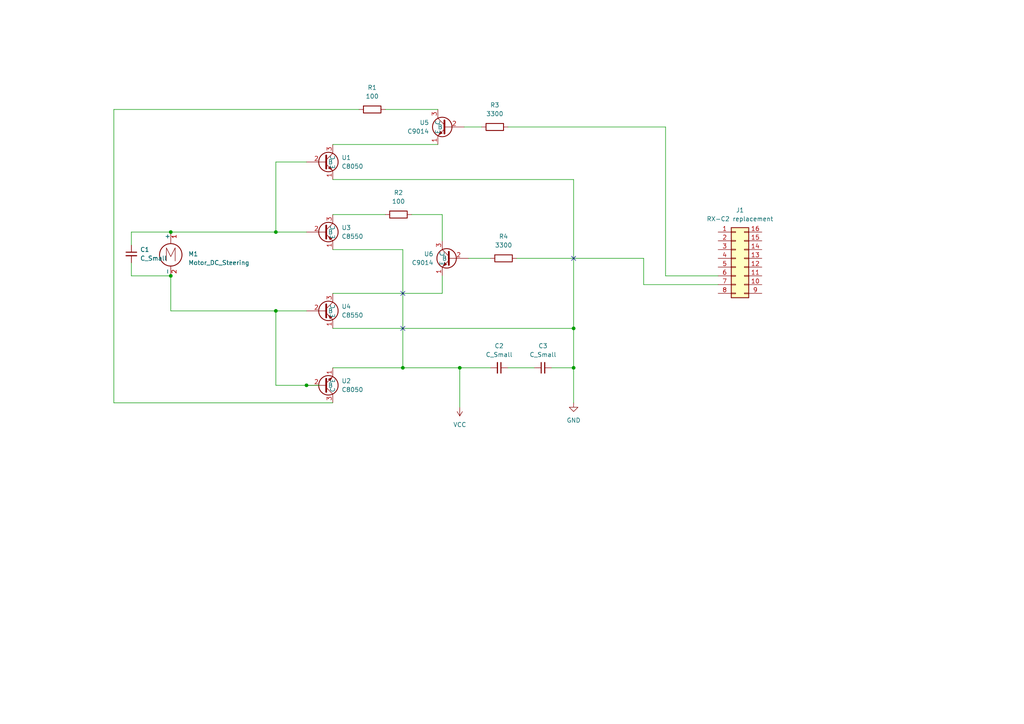
<source format=kicad_sch>
(kicad_sch (version 20211123) (generator eeschema)
  (paper "A4")
  (lib_symbols
    (symbol "Connector_Generic:Conn_02x08_Counter_Clockwise" (pin_names (offset 1.016) hide)
      (property "Reference" "J" (at 1.27 10.16 0))
      (property "Value" "Conn_02x08_Counter_Clockwise" (at 1.27 -12.7 0))
      (symbol "Conn_02x08_Counter_Clockwise_1_1"
        (rectangle (start -1.27 -10.033) (end 0 -10.287) (stroke (width 0.1524)))
        (rectangle (start -1.27 -7.493) (end 0 -7.747) (stroke (width 0.1524)))
        (rectangle (start -1.27 -4.953) (end 0 -5.207) (stroke (width 0.1524)))
        (rectangle (start -1.27 -2.413) (end 0 -2.667) (stroke (width 0.1524)))
        (rectangle (start -1.27 0.127) (end 0 -0.127) (stroke (width 0.1524)))
        (rectangle (start -1.27 2.667) (end 0 2.413) (stroke (width 0.1524)))
        (rectangle (start -1.27 5.207) (end 0 4.953) (stroke (width 0.1524)))
        (rectangle (start -1.27 7.747) (end 0 7.493) (stroke (width 0.1524)))
        (rectangle (start -1.27 8.89) (end 3.81 -11.43) (stroke (width 0.254)) (fill (type background)))
        (rectangle (start 3.81 -10.033) (end 2.54 -10.287) (stroke (width 0.1524)))
        (rectangle (start 3.81 -7.493) (end 2.54 -7.747) (stroke (width 0.1524)))
        (rectangle (start 3.81 -4.953) (end 2.54 -5.207) (stroke (width 0.1524)))
        (rectangle (start 3.81 -2.413) (end 2.54 -2.667) (stroke (width 0.1524)))
        (rectangle (start 3.81 0.127) (end 2.54 -0.127) (stroke (width 0.1524)))
        (rectangle (start 3.81 2.667) (end 2.54 2.413) (stroke (width 0.1524)))
        (rectangle (start 3.81 5.207) (end 2.54 4.953) (stroke (width 0.1524)))
        (rectangle (start 3.81 7.747) (end 2.54 7.493) (stroke (width 0.1524)))
        (pin passive line (at -5.08 7.62 0) (length 3.81) (name "Pin_1") (number "1"))
        (pin passive line (at 7.62 -7.62 180) (length 3.81) (name "Pin_10") (number "10"))
        (pin passive line (at 7.62 -5.08 180) (length 3.81) (name "Pin_11") (number "11"))
        (pin passive line (at 7.62 -2.54 180) (length 3.81) (name "Pin_12") (number "12"))
        (pin passive line (at 7.62 0 180) (length 3.81) (name "Pin_13") (number "13"))
        (pin passive line (at 7.62 2.54 180) (length 3.81) (name "Pin_14") (number "14"))
        (pin passive line (at 7.62 5.08 180) (length 3.81) (name "Pin_15") (number "15"))
        (pin passive line (at 7.62 7.62 180) (length 3.81) (name "Pin_16") (number "16"))
        (pin passive line (at -5.08 5.08 0) (length 3.81) (name "Pin_2") (number "2"))
        (pin passive line (at -5.08 2.54 0) (length 3.81) (name "Pin_3") (number "3"))
        (pin passive line (at -5.08 0 0) (length 3.81) (name "Pin_4") (number "4"))
        (pin passive line (at -5.08 -2.54 0) (length 3.81) (name "Pin_5") (number "5"))
        (pin passive line (at -5.08 -5.08 0) (length 3.81) (name "Pin_6") (number "6"))
        (pin passive line (at -5.08 -7.62 0) (length 3.81) (name "Pin_7") (number "7"))
        (pin passive line (at -5.08 -10.16 0) (length 3.81) (name "Pin_8") (number "8"))
        (pin passive line (at 7.62 -10.16 180) (length 3.81) (name "Pin_9") (number "9"))
      )
    )
    (symbol "Device:C_Small" (pin_numbers hide) (pin_names (offset 0.254) hide)
      (property "Reference" "C" (at 0.254 1.778 0))
      (property "Value" "C_Small" (at 0.254 -2.032 0))
      (symbol "C_Small_0_1"
        (polyline (pts (xy -1.524 -0.508) (xy 1.524 -0.508)) (stroke (width 0.3302)))
        (polyline (pts (xy -1.524 0.508) (xy 1.524 0.508)) (stroke (width 0.3048)))
      )
      (symbol "C_Small_1_1"
        (pin passive line (at 0 2.54 270) (length 2.032) (name "~") (number "1"))
        (pin passive line (at 0 -2.54 90) (length 2.032) (name "~") (number "2"))
      )
    )
    (symbol "Device:R" (pin_numbers hide) (pin_names (offset 0))
      (property "Reference" "R" (at 2.032 0 90))
      (property "Value" "R" (at 0 0 90))
      (symbol "R_0_1"
        (rectangle (start -1.016 -2.54) (end 1.016 2.54) (stroke (width 0.254)))
      )
      (symbol "R_1_1"
        (pin passive line (at 0 3.81 270) (length 1.27) (name "~") (number "1"))
        (pin passive line (at 0 -3.81 90) (length 1.27) (name "~") (number "2"))
      )
    )
    (symbol "Motor:Motor_DC" (pin_names (offset 0))
      (property "Reference" "M" (at 2.54 2.54 0))
      (property "Value" "Motor_DC" (at 2.54 -5.08 0))
      (symbol "Motor_DC_0_0"
        (polyline (pts (xy -1.27 -3.302) (xy -1.27 0.508) (xy 0 -2.032) (xy 1.27 0.508) (xy 1.27 -3.302)))
      )
      (symbol "Motor_DC_0_1"
        (circle (center 0 -1.524) (radius 3.2512) (stroke (width 0.254)))
        (polyline (pts (xy 0 -7.62) (xy 0 -7.112)))
        (polyline (pts (xy 0 -4.7752) (xy 0 -5.1816)))
        (polyline (pts (xy 0 1.7272) (xy 0 2.0828)))
        (polyline (pts (xy 0 2.032) (xy 0 2.54)))
      )
      (symbol "Motor_DC_1_1"
        (pin passive line (at 0 5.08 270) (length 2.54) (name "+") (number "1"))
        (pin passive line (at 0 -7.62 90) (length 2.54) (name "-") (number "2"))
      )
    )
    (symbol "My_RC_Car:C8050"
      (property "Reference" "U" (at -6.35 5.08 0))
      (property "Value" "C8050" (at -6.35 5.08 0))
      (symbol "C8050_0_1"
        (polyline (pts (xy 3.175 0.635) (xy 5.08 2.54)))
        (polyline (pts (xy 3.175 -0.635) (xy 5.08 -2.54) (xy 5.08 -2.54)))
        (polyline (pts (xy 3.175 1.905) (xy 3.175 -1.905) (xy 3.175 -1.905)) (stroke (width 0.508)))
        (polyline (pts (xy 3.81 -1.778) (xy 4.318 -1.27) (xy 4.826 -2.286) (xy 3.81 -1.778) (xy 3.81 -1.778)) (fill (type outline)))
        (circle (center 3.81 0) (radius 2.8194) (stroke (width 0.254)))
      )
      (symbol "C8050_1_1"
        (pin passive line (at 5.08 -5.08 90) (length 2.54) (name "E") (number "1"))
        (pin input line (at -2.54 0 0) (length 5.715) (name "B") (number "2"))
        (pin passive line (at 5.08 5.08 270) (length 2.54) (name "C") (number "3"))
      )
    )
    (symbol "My_RC_Car:C8550"
      (property "Reference" "U" (at -5.08 5.08 0))
      (property "Value" "C8550" (at -5.08 5.08 0))
      (symbol "C8550_0_1"
        (polyline (pts (xy 0.635 0.635) (xy 2.54 2.54)))
        (polyline (pts (xy 0.635 -0.635) (xy 2.54 -2.54) (xy 2.54 -2.54)))
        (polyline (pts (xy 0.635 1.905) (xy 0.635 -1.905) (xy 0.635 -1.905)) (stroke (width 0.508)))
        (polyline (pts (xy 2.286 -1.778) (xy 1.778 -2.286) (xy 1.27 -1.27) (xy 2.286 -1.778) (xy 2.286 -1.778)) (fill (type outline)))
        (circle (center 1.27 0) (radius 2.8194) (stroke (width 0.254)))
      )
      (symbol "C8550_1_1"
        (pin passive line (at 2.54 -5.08 90) (length 2.54) (name "E") (number "1"))
        (pin input line (at -5.08 0 0) (length 5.715) (name "B") (number "2"))
        (pin passive line (at 2.54 5.08 270) (length 2.54) (name "C") (number "3"))
      )
    )
    (symbol "My_RC_Car:C9014"
      (property "Reference" "U" (at -6.35 5.08 0))
      (property "Value" "C9014" (at -6.35 5.08 0))
      (symbol "C9014_0_1"
        (polyline (pts (xy 3.175 0.635) (xy 5.08 2.54)))
        (polyline (pts (xy 3.175 -0.635) (xy 5.08 -2.54) (xy 5.08 -2.54)))
        (polyline (pts (xy 3.175 1.905) (xy 3.175 -1.905) (xy 3.175 -1.905)) (stroke (width 0.508)))
        (polyline (pts (xy 3.81 -1.778) (xy 4.318 -1.27) (xy 4.826 -2.286) (xy 3.81 -1.778) (xy 3.81 -1.778)) (fill (type outline)))
        (circle (center 3.81 0) (radius 2.8194) (stroke (width 0.254)))
      )
      (symbol "C9014_1_1"
        (pin passive line (at 5.08 -5.08 90) (length 2.54) (name "E") (number "1"))
        (pin input line (at -2.54 0 0) (length 5.715) (name "B") (number "2"))
        (pin passive line (at 5.08 5.08 270) (length 2.54) (name "C") (number "3"))
      )
    )
    (symbol "power:GND" (power) (pin_names (offset 0))
      (property "Value" "GND" (at 0 -3.81 0))
      (symbol "GND_0_1"
        (polyline (pts (xy 0 0) (xy 0 -1.27) (xy 1.27 -1.27) (xy 0 -2.54) (xy -1.27 -1.27) (xy 0 -1.27)))
      )
      (symbol "GND_1_1"
        (pin power_in line (at 0 0 270) (length 0) hide (name "GND") (number "1"))
      )
    )
    (symbol "power:VCC" (power) (pin_names (offset 0))
      (property "Value" "VCC" (at 0 3.81 0))
      (symbol "VCC_0_1"
        (polyline (pts (xy -0.762 1.27) (xy 0 2.54)))
        (polyline (pts (xy 0 0) (xy 0 2.54)))
        (polyline (pts (xy 0 2.54) (xy 0.762 1.27)))
      )
      (symbol "VCC_1_1"
        (pin power_in line (at 0 0 90) (length 0) hide (name "VCC") (number "1"))
      )
    )
  )
  (junction (at 116.84 106.68))
  (junction (at 49.53 67.31))
  (junction (at 166.37 106.68))
  (junction (at 166.37 95.25))
  (junction (at 49.53 80.01))
  (junction (at 80.01 67.31))
  (junction (at 88.9 111.76))
  (junction (at 80.01 90.17))
  (junction (at 133.35 106.68))
  (no_connect (at 116.84 95.25))
  (no_connect (at 166.37 74.93))
  (no_connect (at 116.84 85.09))
  (wire (pts (xy 116.84 72.39) (xy 116.84 106.68)))
  (wire (pts (xy 80.01 67.31) (xy 80.01 46.99)))
  (wire (pts (xy 38.1 71.12) (xy 38.1 67.31)))
  (wire (pts (xy 119.38 62.23) (xy 128.27 62.23)))
  (wire (pts (xy 147.32 36.83) (xy 193.04 36.83)))
  (wire (pts (xy 133.35 106.68) (xy 142.24 106.68)))
  (wire (pts (xy 33.02 31.75) (xy 33.02 116.84)))
  (wire (pts (xy 186.69 74.93) (xy 186.69 82.55)))
  (wire (pts (xy 166.37 52.07) (xy 166.37 95.25)))
  (wire (pts (xy 166.37 95.25) (xy 166.37 106.68)))
  (wire (pts (xy 80.01 90.17) (xy 88.9 90.17)))
  (wire (pts (xy 96.52 95.25) (xy 166.37 95.25)))
  (wire (pts (xy 96.52 106.68) (xy 116.84 106.68)))
  (wire (pts (xy 96.52 72.39) (xy 116.84 72.39)))
  (wire (pts (xy 33.02 116.84) (xy 96.52 116.84)))
  (wire (pts (xy 133.35 106.68) (xy 133.35 118.11)))
  (wire (pts (xy 147.32 106.68) (xy 154.94 106.68)))
  (wire (pts (xy 38.1 76.2) (xy 38.1 80.01)))
  (wire (pts (xy 49.53 67.31) (xy 80.01 67.31)))
  (wire (pts (xy 166.37 106.68) (xy 166.37 116.84)))
  (wire (pts (xy 38.1 67.31) (xy 49.53 67.31)))
  (wire (pts (xy 80.01 67.31) (xy 88.9 67.31)))
  (wire (pts (xy 149.86 74.93) (xy 186.69 74.93)))
  (wire (pts (xy 111.76 31.75) (xy 127 31.75)))
  (wire (pts (xy 134.62 36.83) (xy 139.7 36.83)))
  (wire (pts (xy 49.53 90.17) (xy 49.53 80.01)))
  (wire (pts (xy 96.52 41.91) (xy 127 41.91)))
  (wire (pts (xy 193.04 36.83) (xy 193.04 80.01)))
  (wire (pts (xy 80.01 46.99) (xy 88.9 46.99)))
  (wire (pts (xy 96.52 62.23) (xy 111.76 62.23)))
  (wire (pts (xy 116.84 106.68) (xy 133.35 106.68)))
  (wire (pts (xy 160.02 106.68) (xy 166.37 106.68)))
  (wire (pts (xy 80.01 111.76) (xy 88.9 111.76)))
  (wire (pts (xy 193.04 80.01) (xy 208.28 80.01)))
  (wire (pts (xy 135.89 74.93) (xy 142.24 74.93)))
  (wire (pts (xy 49.53 90.17) (xy 80.01 90.17)))
  (wire (pts (xy 96.52 52.07) (xy 166.37 52.07)))
  (wire (pts (xy 92.71 111.76) (xy 88.9 111.76)))
  (wire (pts (xy 96.52 85.09) (xy 128.27 85.09)))
  (wire (pts (xy 186.69 82.55) (xy 208.28 82.55)))
  (wire (pts (xy 49.53 80.01) (xy 38.1 80.01)))
  (wire (pts (xy 80.01 90.17) (xy 80.01 111.76)))
  (wire (pts (xy 128.27 85.09) (xy 128.27 80.01)))
  (wire (pts (xy 128.27 62.23) (xy 128.27 69.85)))
  (wire (pts (xy 104.14 31.75) (xy 33.02 31.75)))
  (symbol (lib_id "Device:C_Small") (at 157.48 106.68 90) (unit 1)
    (property "Reference" "C3" (at 157.4863 100.33 90))
    (property "Value" "C_Small" (at 157.4863 102.87 90))
  )
  (symbol (lib_id "Device:R") (at 143.51 36.83 270) (unit 1)
    (property "Reference" "R3" (at 143.51 30.48 90))
    (property "Value" "3300" (at 143.51 33.02 90))
  )
  (symbol (lib_id "My_RC_Car:C8050") (at 91.44 46.99 0) (unit 1)
    (property "Reference" "U1" (at 99.06 45.7199 0) (effects (justify left)))
    (property "Value" "C8050" (at 99.06 48.2599 0) (effects (justify left)))
  )
  (symbol (lib_id "My_RC_Car:C9014") (at 132.08 36.83 0) (mirror y) (unit 1)
    (property "Reference" "U5" (at 124.46 35.5599 0) (effects (justify left)))
    (property "Value" "C9014" (at 124.46 38.0999 0) (effects (justify left)))
  )
  (symbol (lib_id "Device:R") (at 146.05 74.93 90) (unit 1)
    (property "Reference" "R4" (at 146.05 68.58 90))
    (property "Value" "3300" (at 146.05 71.12 90))
  )
  (symbol (lib_id "Device:C_Small") (at 38.1 73.66 0) (unit 1)
    (property "Reference" "C1" (at 40.64 72.3962 0) (effects (justify left)))
    (property "Value" "C_Small" (at 40.64 74.9362 0) (effects (justify left)))
  )
  (symbol (lib_id "My_RC_Car:C8050") (at 91.44 111.76 0) (mirror x) (unit 1)
    (property "Reference" "U2" (at 99.06 110.4899 0) (effects (justify left)))
    (property "Value" "C8050" (at 99.06 113.0299 0) (effects (justify left)))
  )
  (symbol (lib_id "Device:C_Small") (at 144.78 106.68 270) (unit 1)
    (property "Reference" "C2" (at 144.7736 100.33 90))
    (property "Value" "C_Small" (at 144.7736 102.87 90))
  )
  (symbol (lib_id "Motor:Motor_DC") (at 49.53 72.39 0) (unit 1)
    (property "Reference" "M1" (at 54.61 73.6599 0) (effects (justify left)))
    (property "Value" "Motor_DC_Steering" (at 54.61 76.1999 0) (effects (justify left)))
  )
  (symbol (lib_id "My_RC_Car:C8550") (at 93.98 90.17 0) (unit 1)
    (property "Reference" "U4" (at 99.06 88.8999 0) (effects (justify left)))
    (property "Value" "C8550" (at 99.06 91.4399 0) (effects (justify left)))
  )
  (symbol (lib_id "My_RC_Car:C8550") (at 93.98 67.31 0) (unit 1)
    (property "Reference" "U3" (at 99.06 66.0399 0) (effects (justify left)))
    (property "Value" "C8550" (at 99.06 68.5799 0) (effects (justify left)))
  )
  (symbol (lib_id "power:GND") (at 166.37 116.84 0) (unit 1)
    (property "Reference" "#PWR0101" (effects hide))
    (property "Value" "GND" (at 166.37 121.92 0))
  )
  (symbol (lib_id "Connector_Generic:Conn_02x08_Counter_Clockwise") (at 213.36 74.93 0) (unit 1)
    (property "Reference" "J1" (at 214.63 60.96 0))
    (property "Value" "RX-C2 replacement" (at 214.63 63.5 0))
  )
  (symbol (lib_id "Device:R") (at 107.95 31.75 270) (mirror x) (unit 1)
    (property "Reference" "R1" (at 107.95 25.4 90))
    (property "Value" "100" (at 107.95 27.94 90))
  )
  (symbol (lib_id "power:VCC") (at 133.35 118.11 180) (unit 1)
    (property "Reference" "#PWR0102" (effects hide))
    (property "Value" "VCC" (at 133.35 123.19 0))
  )
  (symbol (lib_id "Device:R") (at 115.57 62.23 90) (unit 1)
    (property "Reference" "R2" (at 115.57 55.88 90))
    (property "Value" "100" (at 115.57 58.42 90))
  )
  (symbol (lib_id "My_RC_Car:C9014") (at 133.35 74.93 0) (mirror y) (unit 1)
    (property "Reference" "U6" (at 125.73 73.6599 0) (effects (justify left)))
    (property "Value" "C9014" (at 125.73 76.1999 0) (effects (justify left)))
  )
)
</source>
